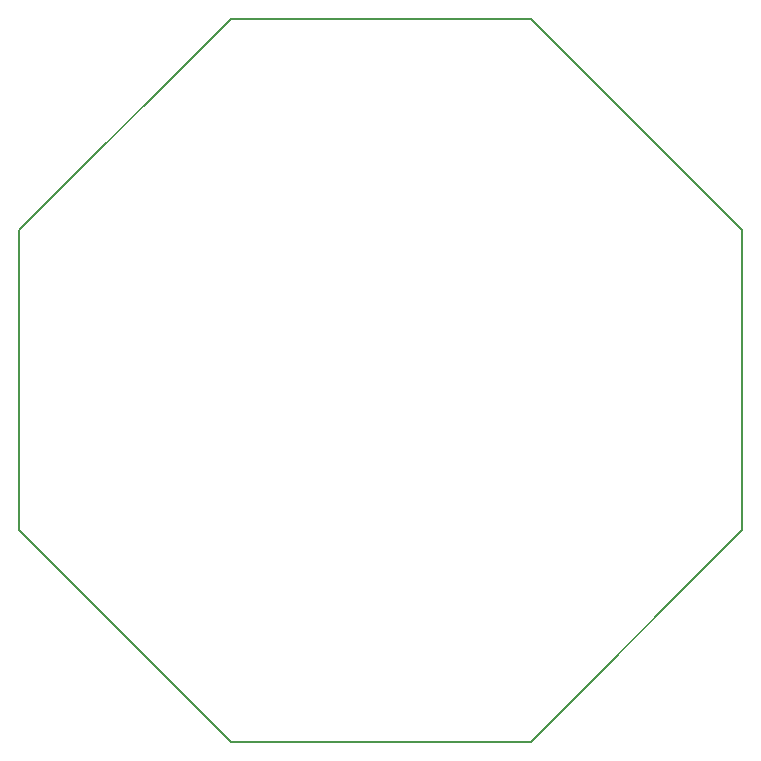
<source format=gbr>
%TF.GenerationSoftware,KiCad,Pcbnew,(5.1.10)-1*%
%TF.CreationDate,2022-09-07T09:41:17-03:00*%
%TF.ProjectId,OpenBCI_Wifi_Shield,4f70656e-4243-4495-9f57-6966695f5368,v1.0.0*%
%TF.SameCoordinates,Original*%
%TF.FileFunction,Profile,NP*%
%FSLAX46Y46*%
G04 Gerber Fmt 4.6, Leading zero omitted, Abs format (unit mm)*
G04 Created by KiCad (PCBNEW (5.1.10)-1) date 2022-09-07 09:41:17*
%MOMM*%
%LPD*%
G01*
G04 APERTURE LIST*
%TA.AperFunction,Profile*%
%ADD10C,0.150000*%
%TD*%
G04 APERTURE END LIST*
D10*
X120929400Y-122732800D02*
X95529400Y-122732800D01*
X138836400Y-104825800D02*
X120929400Y-122732800D01*
X138836400Y-79425800D02*
X138836400Y-104825800D01*
X120929400Y-61518800D02*
X138836400Y-79425800D01*
X95529400Y-61518800D02*
X120929400Y-61518800D01*
X77622400Y-79425800D02*
X95529400Y-61518800D01*
X77622400Y-104825800D02*
X77622400Y-79425800D01*
X95529400Y-122732800D02*
X77622400Y-104825800D01*
M02*

</source>
